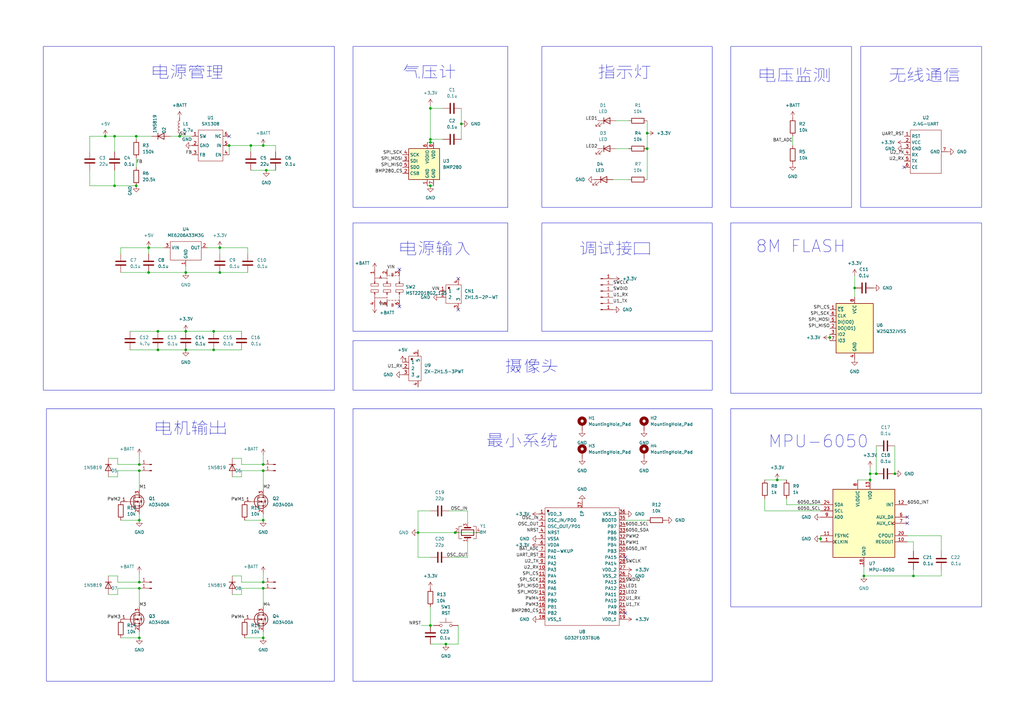
<source format=kicad_sch>
(kicad_sch (version 20230121) (generator eeschema)
  (paper "A3")
  (junction (at 64.77 135.89))
  (junction (at 176.53 256.54))
  (junction (at 57.15 190.5))
  (junction (at 336.55 220.98))
  (junction (at 90.17 111.76))
  (junction (at 46.99 76.2))
  (junction (at 64.77 143.51))
  (junction (at 57.15 193.04))
  (junction (at 176.53 58.42))
  (junction (at 374.65 236.22))
  (junction (at 186.69 218.44))
  (junction (at 102.87 59.69))
  (junction (at 182.88 264.16))
  (junction (at 107.95 59.69))
  (junction (at 318.77 196.85))
  (junction (at 73.66 55.88))
  (junction (at 55.88 76.2))
  (junction (at 60.96 111.76))
  (junction (at 107.95 238.76))
  (junction (at 176.53 57.15))
  (junction (at 57.15 213.36))
  (junction (at 107.95 261.62))
  (junction (at 265.43 60.96))
  (junction (at 359.41 194.31))
  (junction (at 107.95 241.3))
  (junction (at 354.33 236.22))
  (junction (at 43.18 55.88))
  (junction (at 189.23 50.8))
  (junction (at 109.22 69.85))
  (junction (at 265.43 54.61))
  (junction (at 46.99 55.88))
  (junction (at 90.17 101.6))
  (junction (at 57.15 261.62))
  (junction (at 87.63 143.51))
  (junction (at 60.96 101.6))
  (junction (at 107.95 193.04))
  (junction (at 76.2 135.89))
  (junction (at 76.2 143.51))
  (junction (at 87.63 135.89))
  (junction (at 55.88 55.88))
  (junction (at 340.36 138.43))
  (junction (at 176.53 76.2))
  (junction (at 57.15 241.3))
  (junction (at 356.87 194.31))
  (junction (at 350.52 118.11))
  (junction (at 367.03 194.31))
  (junction (at 171.45 218.44))
  (junction (at 107.95 213.36))
  (junction (at 93.98 59.69))
  (junction (at 176.53 44.45))
  (junction (at 57.15 238.76))
  (junction (at 356.87 196.85))
  (junction (at 76.2 111.76))
  (junction (at 107.95 190.5))
  (no_connect (at 163.83 125.73))
  (no_connect (at 187.96 127))
  (no_connect (at 93.98 55.88))
  (no_connect (at 256.54 228.6))
  (no_connect (at 163.83 110.49))
  (no_connect (at 256.54 251.46))
  (no_connect (at 372.11 212.09))
  (no_connect (at 187.96 114.3))
  (no_connect (at 370.84 68.58))
  (no_connect (at 372.11 214.63))
  (wire (pts (xy 53.34 135.89) (xy 64.77 135.89)))
  (wire (pts (xy 95.25 187.96) (xy 99.06 187.96)))
  (wire (pts (xy 359.41 194.31) (xy 356.87 194.31)))
  (wire (pts (xy 95.25 236.22) (xy 99.06 236.22)))
  (wire (pts (xy 350.52 118.11) (xy 350.52 121.92)))
  (wire (pts (xy 95.25 243.84) (xy 99.06 243.84)))
  (wire (pts (xy 48.26 187.96) (xy 48.26 190.5)))
  (wire (pts (xy 48.26 238.76) (xy 57.15 238.76)))
  (wire (pts (xy 87.63 135.89) (xy 99.06 135.89)))
  (wire (pts (xy 90.17 111.76) (xy 76.2 111.76)))
  (wire (pts (xy 46.99 55.88) (xy 55.88 55.88)))
  (wire (pts (xy 313.69 204.47) (xy 313.69 209.55)))
  (wire (pts (xy 113.03 59.69) (xy 113.03 62.23)))
  (wire (pts (xy 46.99 55.88) (xy 46.99 62.23)))
  (wire (pts (xy 49.53 213.36) (xy 57.15 213.36)))
  (wire (pts (xy 336.55 220.98) (xy 336.55 222.25)))
  (wire (pts (xy 354.33 236.22) (xy 374.65 236.22)))
  (wire (pts (xy 325.12 55.88) (xy 325.12 59.69)))
  (wire (pts (xy 175.26 76.2) (xy 176.53 76.2)))
  (wire (pts (xy 99.06 238.76) (xy 107.95 238.76)))
  (wire (pts (xy 172.72 256.54) (xy 176.53 256.54)))
  (wire (pts (xy 102.87 59.69) (xy 102.87 62.23)))
  (wire (pts (xy 176.53 248.92) (xy 176.53 256.54)))
  (wire (pts (xy 252.73 60.96) (xy 257.81 60.96)))
  (wire (pts (xy 340.36 137.16) (xy 340.36 138.43)))
  (wire (pts (xy 99.06 195.58) (xy 99.06 193.04)))
  (wire (pts (xy 386.08 236.22) (xy 386.08 233.68)))
  (wire (pts (xy 372.11 219.71) (xy 386.08 219.71)))
  (wire (pts (xy 251.46 73.66) (xy 257.81 73.66)))
  (wire (pts (xy 176.53 43.18) (xy 176.53 44.45)))
  (wire (pts (xy 48.26 241.3) (xy 57.15 241.3)))
  (wire (pts (xy 44.45 236.22) (xy 48.26 236.22)))
  (wire (pts (xy 171.45 228.6) (xy 171.45 218.44)))
  (wire (pts (xy 107.95 261.62) (xy 107.95 259.08)))
  (wire (pts (xy 107.95 193.04) (xy 107.95 200.66)))
  (wire (pts (xy 256.54 213.36) (xy 265.43 213.36)))
  (wire (pts (xy 171.45 218.44) (xy 186.69 218.44)))
  (wire (pts (xy 359.41 182.88) (xy 359.41 194.31)))
  (wire (pts (xy 176.53 256.54) (xy 177.8 256.54)))
  (wire (pts (xy 107.95 59.69) (xy 113.03 59.69)))
  (wire (pts (xy 43.18 55.88) (xy 46.99 55.88)))
  (wire (pts (xy 322.58 207.01) (xy 336.55 207.01)))
  (wire (pts (xy 55.88 55.88) (xy 62.23 55.88)))
  (wire (pts (xy 36.83 69.85) (xy 36.83 76.2)))
  (wire (pts (xy 46.99 69.85) (xy 46.99 76.2)))
  (wire (pts (xy 90.17 101.6) (xy 90.17 104.14)))
  (wire (pts (xy 99.06 236.22) (xy 99.06 238.76)))
  (wire (pts (xy 107.95 241.3) (xy 107.95 248.92)))
  (wire (pts (xy 191.77 209.55) (xy 191.77 214.63)))
  (wire (pts (xy 73.66 55.88) (xy 78.74 55.88)))
  (wire (pts (xy 265.43 60.96) (xy 265.43 73.66)))
  (wire (pts (xy 57.15 186.69) (xy 57.15 190.5)))
  (wire (pts (xy 189.23 44.45) (xy 189.23 50.8)))
  (wire (pts (xy 57.15 259.08) (xy 57.15 261.62)))
  (wire (pts (xy 176.53 76.2) (xy 177.8 76.2)))
  (wire (pts (xy 48.26 195.58) (xy 48.26 193.04)))
  (wire (pts (xy 57.15 241.3) (xy 57.15 248.92)))
  (wire (pts (xy 53.34 143.51) (xy 64.77 143.51)))
  (wire (pts (xy 171.45 218.44) (xy 171.45 209.55)))
  (wire (pts (xy 60.96 101.6) (xy 60.96 104.14)))
  (wire (pts (xy 36.83 55.88) (xy 43.18 55.88)))
  (wire (pts (xy 102.87 69.85) (xy 109.22 69.85)))
  (wire (pts (xy 85.09 101.6) (xy 90.17 101.6)))
  (wire (pts (xy 49.53 261.62) (xy 57.15 261.62)))
  (wire (pts (xy 374.65 222.25) (xy 374.65 226.06)))
  (wire (pts (xy 356.87 194.31) (xy 356.87 196.85)))
  (wire (pts (xy 69.85 55.88) (xy 73.66 55.88)))
  (wire (pts (xy 175.26 58.42) (xy 176.53 58.42)))
  (wire (pts (xy 102.87 59.69) (xy 107.95 59.69)))
  (wire (pts (xy 87.63 143.51) (xy 99.06 143.51)))
  (wire (pts (xy 322.58 204.47) (xy 322.58 207.01)))
  (wire (pts (xy 101.6 111.76) (xy 90.17 111.76)))
  (wire (pts (xy 49.53 104.14) (xy 49.53 101.6)))
  (wire (pts (xy 90.17 101.6) (xy 101.6 101.6)))
  (wire (pts (xy 374.65 236.22) (xy 374.65 233.68)))
  (wire (pts (xy 44.45 243.84) (xy 48.26 243.84)))
  (wire (pts (xy 44.45 187.96) (xy 48.26 187.96)))
  (wire (pts (xy 189.23 50.8) (xy 189.23 57.15)))
  (wire (pts (xy 186.69 218.44) (xy 196.85 218.44)))
  (wire (pts (xy 350.52 113.03) (xy 350.52 118.11)))
  (wire (pts (xy 181.61 44.45) (xy 176.53 44.45)))
  (wire (pts (xy 99.06 190.5) (xy 107.95 190.5)))
  (wire (pts (xy 93.98 59.69) (xy 102.87 59.69)))
  (wire (pts (xy 57.15 213.36) (xy 57.15 210.82)))
  (wire (pts (xy 48.26 193.04) (xy 57.15 193.04)))
  (wire (pts (xy 191.77 209.55) (xy 184.15 209.55)))
  (wire (pts (xy 49.53 111.76) (xy 60.96 111.76)))
  (wire (pts (xy 318.77 196.85) (xy 322.58 196.85)))
  (wire (pts (xy 340.36 138.43) (xy 340.36 139.7)))
  (wire (pts (xy 351.79 196.85) (xy 356.87 196.85)))
  (wire (pts (xy 171.45 209.55) (xy 176.53 209.55)))
  (wire (pts (xy 187.96 264.16) (xy 187.96 256.54)))
  (wire (pts (xy 100.33 261.62) (xy 107.95 261.62)))
  (wire (pts (xy 336.55 219.71) (xy 336.55 220.98)))
  (wire (pts (xy 176.53 44.45) (xy 176.53 57.15)))
  (wire (pts (xy 313.69 209.55) (xy 336.55 209.55)))
  (wire (pts (xy 48.26 236.22) (xy 48.26 238.76)))
  (wire (pts (xy 99.06 187.96) (xy 99.06 190.5)))
  (wire (pts (xy 176.53 58.42) (xy 177.8 58.42)))
  (wire (pts (xy 57.15 193.04) (xy 57.15 200.66)))
  (wire (pts (xy 44.45 195.58) (xy 48.26 195.58)))
  (wire (pts (xy 49.53 101.6) (xy 60.96 101.6)))
  (wire (pts (xy 60.96 111.76) (xy 76.2 111.76)))
  (wire (pts (xy 60.96 101.6) (xy 67.31 101.6)))
  (wire (pts (xy 109.22 69.85) (xy 113.03 69.85)))
  (wire (pts (xy 176.53 264.16) (xy 182.88 264.16)))
  (wire (pts (xy 265.43 54.61) (xy 265.43 60.96)))
  (wire (pts (xy 313.69 196.85) (xy 318.77 196.85)))
  (wire (pts (xy 36.83 76.2) (xy 46.99 76.2)))
  (wire (pts (xy 48.26 190.5) (xy 57.15 190.5)))
  (wire (pts (xy 57.15 234.95) (xy 57.15 238.76)))
  (wire (pts (xy 99.06 243.84) (xy 99.06 241.3)))
  (wire (pts (xy 55.88 64.77) (xy 55.88 68.58)))
  (wire (pts (xy 93.98 59.69) (xy 93.98 63.5)))
  (wire (pts (xy 76.2 135.89) (xy 87.63 135.89)))
  (wire (pts (xy 36.83 62.23) (xy 36.83 55.88)))
  (wire (pts (xy 176.53 57.15) (xy 181.61 57.15)))
  (wire (pts (xy 107.95 234.95) (xy 107.95 238.76)))
  (wire (pts (xy 191.77 222.25) (xy 191.77 228.6)))
  (wire (pts (xy 252.73 49.53) (xy 257.81 49.53)))
  (wire (pts (xy 76.2 143.51) (xy 87.63 143.51)))
  (wire (pts (xy 55.88 55.88) (xy 55.88 57.15)))
  (wire (pts (xy 372.11 222.25) (xy 374.65 222.25)))
  (wire (pts (xy 176.53 57.15) (xy 176.53 58.42)))
  (wire (pts (xy 182.88 264.16) (xy 187.96 264.16)))
  (wire (pts (xy 354.33 236.22) (xy 354.33 232.41)))
  (wire (pts (xy 356.87 191.77) (xy 356.87 194.31)))
  (wire (pts (xy 76.2 111.76) (xy 76.2 109.22)))
  (wire (pts (xy 64.77 143.51) (xy 76.2 143.51)))
  (wire (pts (xy 99.06 241.3) (xy 107.95 241.3)))
  (wire (pts (xy 176.53 228.6) (xy 171.45 228.6)))
  (wire (pts (xy 386.08 219.71) (xy 386.08 226.06)))
  (wire (pts (xy 265.43 49.53) (xy 265.43 54.61)))
  (wire (pts (xy 367.03 182.88) (xy 367.03 194.31)))
  (wire (pts (xy 101.6 101.6) (xy 101.6 104.14)))
  (wire (pts (xy 46.99 76.2) (xy 55.88 76.2)))
  (wire (pts (xy 100.33 213.36) (xy 107.95 213.36)))
  (wire (pts (xy 64.77 135.89) (xy 76.2 135.89)))
  (wire (pts (xy 99.06 193.04) (xy 107.95 193.04)))
  (wire (pts (xy 95.25 195.58) (xy 99.06 195.58)))
  (wire (pts (xy 107.95 213.36) (xy 107.95 210.82)))
  (wire (pts (xy 374.65 236.22) (xy 386.08 236.22)))
  (wire (pts (xy 48.26 243.84) (xy 48.26 241.3)))
  (wire (pts (xy 107.95 186.69) (xy 107.95 190.5)))
  (wire (pts (xy 191.77 228.6) (xy 184.15 228.6)))
  (rectangle (start 299.72 91.44) (end 402.59 161.29))
  (rectangle (start 17.78 19.05) (end 137.16 160.02))
  (rectangle (start 353.06 19.05) (end 402.59 85.09))
  (rectangle (start 144.78 139.7) (end 292.1 160.02))
  (rectangle (start 299.72 167.64) (end 402.59 248.92))
  (rectangle (start 222.25 91.44) (end 292.1 135.89))
  (rectangle (start 144.78 91.44) (end 208.28 135.89))
  (rectangle (start 144.78 19.05) (end 208.28 85.09))
  (rectangle (start 19.05 167.64) (end 137.16 279.4))
  (rectangle (start 144.78 167.64) (end 292.1 279.4))
  (rectangle (start 222.25 19.05) (end 292.1 85.09))
  (rectangle (start 299.72 19.05) (end 349.25 85.09))
  (text "气压计" (at 165.1 33.02 0) (effects (font (size 5 5)) (justify left bottom)))
  (text "电机输出" (at 63.5 179.07 0) (effects (font (size 5 5)) (justify left bottom)))
  (text "无线通信" (at 364.49 34.29 0) (effects (font (size 5 5)) (justify left bottom)))
  (text "指示灯" (at 245.11 33.02 0) (effects (font (size 5 5)) (justify left bottom)))
  (text "摄像头" (at 207.01 153.67 0) (effects (font (size 5 5)) (justify left bottom)))
  (text "MPU-6050" (at 314.96 184.15 0) (effects (font (size 5 5)) (justify left bottom)))
  (text "调试接口" (at 237.49 105.41 0) (effects (font (size 5 5)) (justify left bottom)))
  (text "电源输入" (at 163.83 105.41 0) (effects (font (size 5 5)) (justify left bottom)))
  (text "电压监测" (at 311.15 34.29 0) (effects (font (size 5 5)) (justify left bottom)))
  (text "电源管理" (at 62.23 33.02 0) (effects (font (size 5 5)) (justify left bottom)))
  (text "8M FLASH" (at 309.88 104.14 0) (effects (font (size 5 5)) (justify left bottom)))
  (text "最小系统" (at 199.39 184.15 0) (effects (font (size 5 5)) (justify left bottom)))
  (label "UART_RST" (at 370.84 55.88 180))
  (label "SPI_SCK" (at 165.1 63.5 180))
  (label "U1_TX" (at 256.54 248.92 0))
  (label "OSC_IN" (at 191.77 209.55 180))
  (label "M4" (at 107.95 248.92 0))
  (label "PWM3" (at 49.53 254 180))
  (label "BMP280_CS" (at 165.1 71.12 180))
  (label "PWM3" (at 220.98 248.92 180))
  (label "LED1" (at 245.11 49.53 180))
  (label "6050_SCL" (at 336.55 209.55 180))
  (label "U2_TX" (at 220.98 231.14 180))
  (label "FB" (at 78.74 63.5 180))
  (label "U1_RX" (at 251.46 121.92 0))
  (label "PWM1" (at 256.54 223.52 0))
  (label "VIN" (at 158.75 125.73 180))
  (label "6050_SDA" (at 256.54 218.44 0))
  (label "LED1" (at 256.54 241.3 0))
  (label "SPI_MOSI" (at 165.1 66.04 180))
  (label "SWCLK" (at 256.54 231.14 0))
  (label "LED2" (at 245.11 60.96 180))
  (label "U1_TX" (at 251.46 124.46 0))
  (label "SPI_MOSI" (at 220.98 243.84 180))
  (label "LED2" (at 256.54 243.84 0))
  (label "SWDIO" (at 256.54 238.76 0))
  (label "6050_INT" (at 372.11 207.01 0))
  (label "OSC_OUT" (at 191.77 228.6 180))
  (label "M1" (at 57.15 200.66 0))
  (label "FB" (at 55.88 67.31 0))
  (label "6050_SDA" (at 336.55 207.01 180))
  (label "BAT_ADC" (at 220.98 226.06 180))
  (label "U2_RX" (at 370.84 66.04 180))
  (label "U2_TX" (at 370.84 63.5 180))
  (label "UART_RST" (at 220.98 228.6 180))
  (label "M3" (at 57.15 248.92 0))
  (label "U1_RX" (at 165.1 151.13 180))
  (label "NRST" (at 172.72 256.54 180))
  (label "6050_INT" (at 256.54 226.06 0))
  (label "VIN" (at 158.75 110.49 0))
  (label "M2" (at 107.95 200.66 0))
  (label "6050_SCL" (at 256.54 215.9 0))
  (label "U1_RX" (at 256.54 246.38 0))
  (label "U2_RX" (at 220.98 233.68 180))
  (label "BAT_ADC" (at 325.12 58.42 180))
  (label "SPI_MISO" (at 220.98 241.3 180))
  (label "OSC_OUT" (at 220.98 215.9 180))
  (label "BMP280_CS" (at 220.98 251.46 180))
  (label "PWM4" (at 100.33 254 180))
  (label "PWM2" (at 49.53 205.74 180))
  (label "SPI_SCK" (at 220.98 238.76 180))
  (label "SPI_MOSI" (at 340.36 132.08 180))
  (label "SPI_SCK" (at 340.36 129.54 180))
  (label "PWM2" (at 256.54 220.98 0))
  (label "SPI_MISO" (at 340.36 134.62 180))
  (label "SWDIO" (at 251.46 119.38 0))
  (label "SWCLK" (at 251.46 116.84 0))
  (label "SPI_CS" (at 220.98 236.22 180))
  (label "PWM1" (at 100.33 205.74 180))
  (label "SPI_MISO" (at 165.1 68.58 180))
  (label "SPI_CS" (at 340.36 127 180))
  (label "OSC_IN" (at 220.98 213.36 180))
  (label "VIN" (at 180.34 119.38 180))
  (label "NRST" (at 220.98 218.44 180))
  (label "SW" (at 73.66 55.88 0))
  (label "PWM4" (at 220.98 246.38 180))
  (symbol (lib_id "power:GND") (at 336.55 220.98 270) (unit 1)
    (property "Reference" "#PWR050" (effects hide))
    (property "Value" "GND" (at 332.74 220.98 90) (effects (justify right)))
  )
  (symbol (lib_id "Device:C") (at 363.22 194.31 90) (unit 1)
    (property "Reference" "C18" (at 363.22 186.69 90))
    (property "Value" "0.1u" (at 363.22 189.23 90))
    (property "Footprint" "Capacitor_SMD:C_0603_1608Metric" (effects hide))
  )
  (symbol (lib_id "power:GND") (at 354.33 236.22 0) (unit 1)
    (property "Reference" "#PWR056" (effects hide))
    (property "Value" "GND" (at 354.33 241.3 0))
  )
  (symbol (lib_id "power:GND") (at 243.84 73.66 270) (unit 1)
    (property "Reference" "#PWR014" (effects hide))
    (property "Value" "GND" (at 240.03 73.66 90) (effects (justify right)))
  )
  (symbol (lib_id "Connector:Conn_01x01_Pin") (at 246.38 114.3 0) (unit 1)
    (property "Reference" "J1" (effects hide))
    (property "Value" "Conn_01x01_Pin" (effects hide))
    (property "Footprint" "TestPoint:TestPoint_Pad_D1.0mm" (effects hide))
  )
  (symbol (lib_id "Device:C") (at 354.33 118.11 90) (unit 1)
    (property "Reference" "C11" (at 354.33 110.49 90))
    (property "Value" "0.1u" (at 354.33 113.03 90))
    (property "Footprint" "Capacitor_SMD:C_0603_1608Metric" (effects hide))
  )
  (symbol (lib_id "power:+3.3V") (at 340.36 138.43 90) (unit 1)
    (property "Reference" "#PWR027" (effects hide))
    (property "Value" "+3.3V" (at 336.55 138.43 90) (effects (justify left)))
  )
  (symbol (lib_id "Transistor_FET:AO3400A") (at 105.41 254 0) (unit 1)
    (property "Reference" "Q4" (at 111.76 252.73 0) (effects (justify left)))
    (property "Value" "AO3400A" (at 111.76 255.27 0) (effects (justify left)))
    (property "Footprint" "Package_TO_SOT_SMD:SOT-23" (effects hide))
    (property "Datasheet" "http://www.aosmd.com/pdfs/datasheet/AO3400A.pdf" (effects hide))
  )
  (symbol (lib_id "Connector:Conn_01x01_Pin") (at 62.23 193.04 180) (unit 1)
    (property "Reference" "J11" (effects hide))
    (property "Value" "Conn_01x01_Pin" (effects hide))
    (property "Footprint" "Connector_Wire:SolderWirePad_1x01_SMD_1x2mm" (effects hide))
  )
  (symbol (lib_id "power:GND") (at 388.62 62.23 90) (unit 1)
    (property "Reference" "#PWR011" (effects hide))
    (property "Value" "GND" (at 392.43 62.23 90) (effects (justify right)))
  )
  (symbol (lib_id "power:+3.3V") (at 176.53 43.18 0) (unit 1)
    (property "Reference" "#PWR01" (effects hide))
    (property "Value" "+3.3V" (at 176.53 38.1 0))
  )
  (symbol (lib_id "Device:R") (at 325.12 63.5 0) (unit 1)
    (property "Reference" "R5" (at 327.66 62.23 0) (effects (justify left)))
    (property "Value" "10k" (at 327.66 64.77 0) (effects (justify left)))
    (property "Footprint" "Resistor_SMD:R_0603_1608Metric" (effects hide))
  )
  (symbol (lib_id "Memory_Flash:W25Q32JVSS") (at 350.52 134.62 0) (unit 1)
    (property "Reference" "U6" (at 359.41 133.35 0) (effects (justify left)))
    (property "Value" "W25Q32JVSS" (at 359.41 135.89 0) (effects (justify left)))
    (property "Footprint" "Package_SO:SOIC-8_5.23x5.23mm_P1.27mm" (effects hide))
    (property "Datasheet" "http://www.winbond.com/resource-files/w25q32jv%20revg%2003272018%20plus.pdf" (effects hide))
  )
  (symbol (lib_id "Device:C") (at 101.6 107.95 0) (unit 1)
    (property "Reference" "C10" (at 105.41 106.68 0) (effects (justify left)))
    (property "Value" "0.1u" (at 105.41 109.22 0) (effects (justify left)))
    (property "Footprint" "Capacitor_SMD:C_0603_1608Metric" (effects hide))
  )
  (symbol (lib_id "Device:D") (at 95.25 240.03 270) (unit 1)
    (property "Reference" "D8" (at 99.06 241.3 90) (effects (justify right)))
    (property "Value" "1N5819" (at 92.71 240.03 90) (effects (justify right)))
    (property "Footprint" "Diode_SMD:D_SOD-123" (effects hide))
    (property "Sim.Device" "D" (effects hide))
    (property "Sim.Pins" "1=K 2=A" (effects hide))
  )
  (symbol (lib_id "Converter_DCDC:SX1308") (at 86.36 59.69 0) (unit 1)
    (property "Reference" "U1" (at 86.36 48.26 0))
    (property "Value" "SX1308" (at 86.36 50.8 0))
    (property "Footprint" "Package_TO_SOT_SMD:SOT-23-6" (effects hide))
  )
  (symbol (lib_id "power:GND") (at 273.05 213.36 90) (unit 1)
    (property "Reference" "#PWR047" (effects hide))
    (property "Value" "GND" (at 276.86 213.36 90) (effects (justify right)))
  )
  (symbol (lib_id "power:GND") (at 176.53 76.2 0) (unit 1)
    (property "Reference" "#PWR016" (effects hide))
    (property "Value" "GND" (at 176.53 81.1258 0))
  )
  (symbol (lib_id "power:GND") (at 165.1 153.67 270) (unit 1)
    (property "Reference" "#PWR031" (effects hide))
    (property "Value" "GND" (at 161.29 153.67 90) (effects (justify right)))
  )
  (symbol (lib_id "Connector:Conn_01x01_Pin") (at 62.23 190.5 180) (unit 1)
    (property "Reference" "J4" (effects hide))
    (property "Value" "Conn_01x01_Pin" (effects hide))
    (property "Footprint" "Connector_Wire:SolderWirePad_1x01_SMD_1x2mm" (effects hide))
  )
  (symbol (lib_id "Device:R") (at 55.88 72.39 0) (unit 1)
    (property "Reference" "R6" (at 58.42 71.12 0) (effects (justify left)))
    (property "Value" "20.5k" (at 58.42 73.66 0) (effects (justify left)))
    (property "Footprint" "Resistor_SMD:R_0603_1608Metric" (effects hide))
  )
  (symbol (lib_id "Device:C") (at 87.63 139.7 0) (unit 1)
    (property "Reference" "C15" (at 91.44 138.43 0) (effects (justify left)))
    (property "Value" "0.1u" (at 91.44 140.97 0) (effects (justify left)))
    (property "Footprint" "Capacitor_SMD:C_0603_1608Metric" (effects hide))
  )
  (symbol (lib_id "Device:C") (at 60.96 107.95 0) (unit 1)
    (property "Reference" "C8" (at 64.77 106.68 0) (effects (justify left)))
    (property "Value" "0.1u" (at 64.77 109.22 0) (effects (justify left)))
    (property "Footprint" "Capacitor_SMD:C_0603_1608Metric" (effects hide))
  )
  (symbol (lib_id "power:+3.3V") (at 176.53 241.3 0) (unit 1)
    (property "Reference" "#PWR057" (effects hide))
    (property "Value" "+3.3V" (at 176.53 236.22 0))
  )
  (symbol (lib_id "power:GND") (at 180.34 121.92 270) (unit 1)
    (property "Reference" "#PWR024" (effects hide))
    (property "Value" "GND" (at 176.53 121.92 90) (effects (justify right)))
  )
  (symbol (lib_id "Device:C") (at 180.34 228.6 90) (unit 1)
    (property "Reference" "C20" (at 180.34 220.98 90))
    (property "Value" "22p" (at 180.34 223.52 90))
    (property "Footprint" "Capacitor_SMD:C_0603_1608Metric" (effects hide))
  )
  (symbol (lib_id "power:+3.3V") (at 256.54 233.68 270) (unit 1)
    (property "Reference" "#PWR052" (effects hide))
    (property "Value" "+3.3V" (at 260.35 233.68 90) (effects (justify left)))
  )
  (symbol (lib_id "Connector:Conn_01x01_Pin") (at 62.23 238.76 180) (unit 1)
    (property "Reference" "J5" (effects hide))
    (property "Value" "Conn_01x01_Pin" (effects hide))
    (property "Footprint" "Connector_Wire:SolderWirePad_1x01_SMD_1x2mm" (effects hide))
  )
  (symbol (lib_id "power:GND") (at 367.03 194.31 90) (unit 1)
    (property "Reference" "#PWR039" (effects hide))
    (property "Value" "GND" (at 370.84 194.31 90) (effects (justify right)))
  )
  (symbol (lib_id "power:+3.3V") (at 318.77 196.85 0) (unit 1)
    (property "Reference" "#PWR040" (effects hide))
    (property "Value" "+3.3V" (at 318.77 191.77 0))
  )
  (symbol (lib_id "power:+BATT") (at 325.12 48.26 0) (unit 1)
    (property "Reference" "#PWR03" (effects hide))
    (property "Value" "+BATT" (at 325.12 43.18 0))
  )
  (symbol (lib_id "power:GND") (at 251.46 127 90) (unit 1)
    (property "Reference" "#PWR025" (effects hide))
    (property "Value" "GND" (at 255.27 127 90) (effects (justify right)))
  )
  (symbol (lib_id "Device:R") (at 313.69 200.66 0) (unit 1)
    (property "Reference" "R8" (at 316.23 199.39 0) (effects (justify left)))
    (property "Value" "1k" (at 316.23 201.93 0) (effects (justify left)))
    (property "Footprint" "Resistor_SMD:R_0603_1608Metric" (effects hide))
  )
  (symbol (lib_id "Connector:Conn_01x01_Pin") (at 113.03 193.04 180) (unit 1)
    (property "Reference" "J13" (effects hide))
    (property "Value" "Conn_01x01_Pin" (effects hide))
    (property "Footprint" "Connector_Wire:SolderWirePad_1x01_SMD_1x2mm" (effects hide))
  )
  (symbol (lib_id "power:GND") (at 220.98 254 270) (unit 1)
    (property "Reference" "#PWR058" (effects hide))
    (property "Value" "GND" (at 217.17 254 90) (effects (justify right)))
  )
  (symbol (lib_id "Device:R") (at 322.58 200.66 0) (unit 1)
    (property "Reference" "R9" (at 325.12 199.39 0) (effects (justify left)))
    (property "Value" "1k" (at 325.12 201.93 0) (effects (justify left)))
    (property "Footprint" "Resistor_SMD:R_0603_1608Metric" (effects hide))
  )
  (symbol (lib_id "power:+BATT") (at 107.95 234.95 0) (unit 1)
    (property "Reference" "#PWR054" (effects hide))
    (property "Value" "+BATT" (at 102.87 232.41 0))
  )
  (symbol (lib_id "Device:LED") (at 248.92 49.53 0) (unit 1)
    (property "Reference" "D1" (at 247.3325 43.18 0))
    (property "Value" "LED" (at 247.3325 45.72 0))
    (property "Footprint" "LED_SMD:LED_0603_1608Metric" (effects hide))
  )
  (symbol (lib_id "Device:R") (at 100.33 257.81 0) (unit 1)
    (property "Reference" "R15" (at 102.87 256.54 0) (effects (justify left)))
    (property "Value" "10k" (at 102.87 259.08 0) (effects (justify left)))
    (property "Footprint" "Resistor_SMD:R_0603_1608Metric" (effects hide))
  )
  (symbol (lib_id "power:GND") (at 189.23 50.8 90) (unit 1)
    (property "Reference" "#PWR04" (effects hide))
    (property "Value" "GND" (at 193.04 50.8 90) (effects (justify right)))
  )
  (symbol (lib_id "power:GND") (at 182.88 264.16 0) (unit 1)
    (property "Reference" "#PWR062" (effects hide))
    (property "Value" "GND" (at 182.88 269.0858 0))
  )
  (symbol (lib_id "power:+3.3V") (at 90.17 101.6 0) (unit 1)
    (property "Reference" "#PWR018" (effects hide))
    (property "Value" "+3.3V" (at 90.17 96.52 0))
  )
  (symbol (lib_id "Connector:Conn_01x01_Pin") (at 62.23 241.3 180) (unit 1)
    (property "Reference" "J14" (effects hide))
    (property "Value" "Conn_01x01_Pin" (effects hide))
    (property "Footprint" "Connector_Wire:SolderWirePad_1x01_SMD_1x2mm" (effects hide))
  )
  (symbol (lib_id "power:+3.3V") (at 76.2 135.89 0) (unit 1)
    (property "Reference" "#PWR026" (effects hide))
    (property "Value" "+3.3V" (at 76.2 130.81 0))
  )
  (symbol (lib_id "Device:C") (at 76.2 139.7 0) (unit 1)
    (property "Reference" "C14" (at 80.01 138.43 0) (effects (justify left)))
    (property "Value" "0.1u" (at 80.01 140.97 0) (effects (justify left)))
    (property "Footprint" "Capacitor_SMD:C_0603_1608Metric" (effects hide))
  )
  (symbol (lib_id "Sensor_Pressure:BMP280") (at 175.26 68.58 0) (unit 1)
    (property "Reference" "U3" (at 181.61 66.04 0) (effects (justify left)))
    (property "Value" "BMP280" (at 181.61 68.58 0) (effects (justify left)))
    (property "Footprint" "Package_LGA:Bosch_LGA-8_2x2.5mm_P0.65mm_ClockwisePinNumbering" (effects hide))
    (property "Datasheet" "https://ae-bst.resource.bosch.com/media/_tech/media/datasheets/BST-BMP280-DS001.pdf" (effects hide))
  )
  (symbol (lib_id "my_switch:MST22D18G2_125") (at 158.75 118.11 0) (unit 1)
    (property "Reference" "SW2" (at 166.37 117.6782 0) (effects (justify left)))
    (property "Value" "MST22D18G2_125" (at 166.37 120.2182 0) (effects (justify left)))
    (property "Footprint" "my_switch:SW-SMD_MST22D18G2" (effects hide))
    (property "SuppliersPartNumber" "C2906280" (effects hide))
    (property "uuid" "std:832bb934cb954520bd2bbff8a0e1366b" (effects hide))
  )
  (symbol (lib_id "Device:C") (at 49.53 107.95 0) (unit 1)
    (property "Reference" "C7" (at 53.34 106.68 0) (effects (justify left)))
    (property "Value" "0.1u" (at 53.34 109.22 0) (effects (justify left)))
    (property "Footprint" "Capacitor_SMD:C_0603_1608Metric" (effects hide))
  )
  (symbol (lib_id "Device:D") (at 95.25 191.77 270) (unit 1)
    (property "Reference" "D6" (at 99.06 193.04 90) (effects (justify right)))
    (property "Value" "1N5819" (at 92.71 191.77 90) (effects (justify right)))
    (property "Footprint" "Diode_SMD:D_SOD-123" (effects hide))
    (property "Sim.Device" "D" (effects hide))
    (property "Sim.Pins" "1=K 2=A" (effects hide))
  )
  (symbol (lib_id "power:GND") (at 264.16 187.96 0) (unit 1)
    (property "Reference" "#PWR037" (effects hide))
    (property "Value" "GND" (at 264.16 193.04 0))
  )
  (symbol (lib_id "Device:D") (at 44.45 240.03 270) (unit 1)
    (property "Reference" "D7" (at 48.26 241.3 90) (effects (justify right)))
    (property "Value" "1N5819" (at 41.91 240.03 90) (effects (justify right)))
    (property "Footprint" "Diode_SMD:D_SOD-123" (effects hide))
    (property "Sim.Device" "D" (effects hide))
    (property "Sim.Pins" "1=K 2=A" (effects hide))
  )
  (symbol (lib_id "power:GND") (at 171.45 218.44 270) (unit 1)
    (property "Reference" "#PWR048" (effects hide))
    (property "Value" "GND" (at 167.64 218.44 90) (effects (justify right)))
  )
  (symbol (lib_id "Device:R") (at 55.88 60.96 0) (unit 1)
    (property "Reference" "R3" (at 58.42 59.69 0) (effects (justify left)))
    (property "Value" "150k" (at 58.42 62.23 0) (effects (justify left)))
    (property "Footprint" "Resistor_SMD:R_0603_1608Metric" (effects hide))
  )
  (symbol (lib_id "Device:C") (at 185.42 44.45 90) (unit 1)
    (property "Reference" "C1" (at 185.42 36.83 90))
    (property "Value" "0.1u" (at 185.42 39.37 90))
    (property "Footprint" "Capacitor_SMD:C_0603_1608Metric" (effects hide))
  )
  (symbol (lib_id "power:GND") (at 336.55 212.09 270) (unit 1)
    (property "Reference" "#PWR044" (effects hide))
    (property "Value" "GND" (at 332.74 212.09 90) (effects (justify right)))
  )
  (symbol (lib_id "Device:C") (at 180.34 209.55 90) (unit 1)
    (property "Reference" "C19" (at 180.34 201.93 90))
    (property "Value" "22p" (at 180.34 204.47 90))
    (property "Footprint" "Capacitor_SMD:C_0603_1608Metric" (effects hide))
  )
  (symbol (lib_id "power:GND") (at 220.98 220.98 270) (unit 1)
    (property "Reference" "#PWR049" (effects hide))
    (property "Value" "GND" (at 217.17 220.98 90) (effects (justify right)))
  )
  (symbol (lib_id "power:GND") (at 107.95 261.62 0) (unit 1)
    (property "Reference" "#PWR061" (effects hide))
    (property "Value" "GND" (at 107.95 266.5458 0))
  )
  (symbol (lib_id "power:GND") (at 76.2 111.76 0) (unit 1)
    (property "Reference" "#PWR019" (effects hide))
    (property "Value" "GND" (at 76.2 116.84 0))
  )
  (symbol (lib_id "Device:R") (at 100.33 209.55 0) (unit 1)
    (property "Reference" "R11" (at 102.87 208.28 0) (effects (justify left)))
    (property "Value" "10k" (at 102.87 210.82 0) (effects (justify left)))
    (property "Footprint" "Resistor_SMD:R_0603_1608Metric" (effects hide))
  )
  (symbol (lib_id "Device:C") (at 36.83 66.04 0) (unit 1)
    (property "Reference" "C3" (at 40.6246 64.77 0) (effects (justify left)))
    (property "Value" "22u" (at 40.6246 67.31 0) (effects (justify left)))
    (property "Footprint" "Capacitor_SMD:C_0603_1608Metric" (effects hide))
  )
  (symbol (lib_id "Device:C") (at 53.34 139.7 0) (unit 1)
    (property "Reference" "C12" (at 57.15 138.43 0) (effects (justify left)))
    (property "Value" "4.7u" (at 57.15 140.97 0) (effects (justify left)))
    (property "Footprint" "Capacitor_SMD:C_0603_1608Metric" (effects hide))
  )
  (symbol (lib_id "power:+3.3V") (at 350.52 113.03 0) (unit 1)
    (property "Reference" "#PWR020" (effects hide))
    (property "Value" "+3.3V" (at 350.52 107.95 0))
  )
  (symbol (lib_id "power:+5V") (at 165.1 148.59 0) (unit 1)
    (property "Reference" "#PWR030" (effects hide))
    (property "Value" "+5V" (at 165.1 143.51 0))
  )
  (symbol (lib_id "Switch:SW_Push") (at 182.88 256.54 0) (unit 1)
    (property "Reference" "SW1" (at 182.88 248.92 0))
    (property "Value" "RST" (at 182.88 251.46 0))
    (property "Footprint" "Button_Switch_SMD:SW-SMD_L4.0-W2.9-LS4.8-1" (effects hide))
  )
  (symbol (lib_id "power:+BATT") (at 57.15 234.95 0) (unit 1)
    (property "Reference" "#PWR053" (effects hide))
    (property "Value" "+BATT" (at 52.07 232.41 0))
  )
  (symbol (lib_id "power:+BATT") (at 73.66 48.26 0) (unit 1)
    (property "Reference" "#PWR02" (effects hide))
    (property "Value" "+BATT" (at 73.66 43.18 0))
  )
  (symbol (lib_id "my_conn:ZH1.5-2P-WT") (at 185.42 121.92 0) (unit 1)
    (property "Reference" "CN1" (at 190.5 119.38 0) (effects (justify left)))
    (property "Value" "ZH1.5-2P-WT" (at 190.5 121.92 0) (effects (justify left)))
    (property "Footprint" "my_conn:CONN-SMD_ZH1.5-2P-WT" (effects hide))
    (property "Datasheet" "http://www.szlcsc.com/product/details_767120.html" (effects hide))
    (property "SuppliersPartNumber" "C722913" (effects hide))
    (property "uuid" "std:e2a5d1ef88224f22b201fc660cc96cc3" (effects hide))
  )
  (symbol (lib_id "power:GND") (at 107.95 213.36 0) (unit 1)
    (property "Reference" "#PWR046" (effects hide))
    (property "Value" "GND" (at 107.95 218.2858 0))
  )
  (symbol (lib_id "Device:C") (at 46.99 66.04 0) (unit 1)
    (property "Reference" "C4" (at 50.8 64.77 0) (effects (justify left)))
    (property "Value" "0.1u" (at 50.8 67.31 0) (effects (justify left)))
    (property "Footprint" "Capacitor_SMD:C_0603_1608Metric" (effects hide))
  )
  (symbol (lib_id "Device:Crystal_GND24") (at 191.77 218.44 90) (unit 1)
    (property "Reference" "Y1" (at 198.12 215.7477 90))
    (property "Value" "8M" (at 198.12 218.2877 90))
    (property "Footprint" "Crystal:Crystal_SMD_3225-4Pin_3.2x2.5mm" (effects hide))
  )
  (symbol (lib_id "power:+BATT") (at 107.95 186.69 0) (unit 1)
    (property "Reference" "#PWR035" (effects hide))
    (property "Value" "+BATT" (at 102.87 184.15 0))
  )
  (symbol (lib_id "Device:R") (at 261.62 49.53 270) (unit 1)
    (property "Reference" "R1" (at 261.62 43.18 90))
    (property "Value" "10k" (at 261.62 45.72 90))
    (property "Footprint" "Resistor_SMD:R_0603_1608Metric" (effects hide))
  )
  (symbol (lib_id "Device:R") (at 49.53 257.81 0) (unit 1)
    (property "Reference" "R14" (at 52.07 256.54 0) (effects (justify left)))
    (property "Value" "10k" (at 52.07 259.08 0) (effects (justify left)))
    (property "Footprint" "Resistor_SMD:R_0603_1608Metric" (effects hide))
  )
  (symbol (lib_id "power:+5V") (at 60.96 101.6 0) (unit 1)
    (property "Reference" "#PWR017" (effects hide))
    (property "Value" "+5V" (at 60.96 96.52 0))
  )
  (symbol (lib_id "Device:R") (at 261.62 60.96 270) (unit 1)
    (property "Reference" "R4" (at 261.62 54.61 90))
    (property "Value" "10k" (at 261.62 57.15 90))
    (property "Footprint" "Resistor_SMD:R_0603_1608Metric" (effects hide))
  )
  (symbol (lib_id "Device:C") (at 185.42 57.15 90) (unit 1)
    (property "Reference" "C2" (at 185.42 49.53 90))
    (property "Value" "0.1u" (at 185.42 52.07 90))
    (property "Footprint" "Capacitor_SMD:C_0603_1608Metric" (effects hide))
  )
  (symbol (lib_id "Device:C") (at 64.77 139.7 0) (unit 1)
    (property "Reference" "C13" (at 68.58 138.43 0) (effects (justify left)))
    (property "Value" "0.1u" (at 68.58 140.97 0) (effects (justify left)))
    (property "Footprint" "Capacitor_SMD:C_0603_1608Metric" (effects hide))
  )
  (symbol (lib_id "power:+3.3V") (at 220.98 210.82 90) (unit 1)
    (property "Reference" "#PWR042" (effects hide))
    (property "Value" "+3.3V" (at 217.17 210.82 90) (effects (justify left)))
  )
  (symbol (lib_id "Transistor_FET:AO3400A") (at 54.61 254 0) (unit 1)
    (property "Reference" "Q3" (at 60.96 252.73 0) (effects (justify left)))
    (property "Value" "AO3400A" (at 60.96 255.27 0) (effects (justify left)))
    (property "Footprint" "Package_TO_SOT_SMD:SOT-23" (effects hide))
    (property "Datasheet" "http://www.aosmd.com/pdfs/datasheet/AO3400A.pdf" (effects hide))
  )
  (symbol (lib_id "Device:C") (at 102.87 66.04 0) (unit 1)
    (property "Reference" "C5" (at 106.6646 64.77 0) (effects (justify left)))
    (property "Value" "22u" (at 106.6646 67.31 0) (effects (justify left)))
    (property "Footprint" "Capacitor_SMD:C_0603_1608Metric" (effects hide))
  )
  (symbol (lib_id "power:GND") (at 57.15 213.36 0) (unit 1)
    (property "Reference" "#PWR045" (effects hide))
    (property "Value" "GND" (at 57.15 218.2858 0))
  )
  (symbol (lib_id "my_conn:ZX-ZH1.5-3PWT") (at 170.18 151.13 0) (unit 1)
    (property "Reference" "U9" (at 173.99 149.86 0) (effects (justify left)))
    (property "Value" "ZX-ZH1.5-3PWT" (at 173.99 152.4 0) (effects (justify left)))
    (property "Footprint" "my_conn:CONN-SMD_3P-P1.50_ZX-ZH1.5-3PWT" (effects hide))
    (property "SuppliersPartNumber" "C19272406" (effects hide))
    (property "uuid" "std:d343f39ac87b47a4a45555b1a7f956c7" (effects hide))
  )
  (symbol (lib_id "power:GND") (at 256.54 236.22 90) (unit 1)
    (property "Reference" "#PWR055" (effects hide))
    (property "Value" "GND" (at 260.35 236.22 90) (effects (justify right)))
  )
  (symbol (lib_id "Transistor_FET:AO3400A") (at 54.61 205.74 0) (unit 1)
    (property "Reference" "Q1" (at 60.96 204.47 0) (effects (justify left)))
    (property "Value" "AO3400A" (at 60.96 207.01 0) (effects (justify left)))
    (property "Footprint" "Package_TO_SOT_SMD:SOT-23" (effects hide))
    (property "Datasheet" "http://www.aosmd.com/pdfs/datasheet/AO3400A.pdf" (effects hide))
  )
  (symbol (lib_id "power:GND") (at 78.74 59.69 270) (unit 1)
    (property "Reference" "#PWR08" (effects hide))
    (property "Value" "GND" (at 78.74 57.15 90) (effects (justify right)))
  )
  (symbol (lib_id "RF_Module:2.4G-UART") (at 379.73 62.23 0) (unit 1)
    (property "Reference" "U2" (at 379.73 48.26 0))
    (property "Value" "2.4G-UART" (at 379.73 50.8 0))
    (property "Footprint" "my_module:2.4G-UART" (effects hide))
  )
  (symbol (lib_id "Device:R") (at 176.53 245.11 180) (unit 1)
    (property "Reference" "R13" (at 179.07 243.84 0) (effects (justify right)))
    (property "Value" "10k" (at 179.07 246.38 0) (effects (justify right)))
    (property "Footprint" "Resistor_SMD:R_0603_1608Metric" (effects hide))
  )
  (symbol (lib_id "Device:R") (at 261.62 73.66 270) (unit 1)
    (property "Reference" "R7" (at 261.62 67.31 90))
    (property "Value" "10k" (at 261.62 69.85 90))
    (property "Footprint" "Resistor_SMD:R_0603_1608Metric" (effects hide))
  )
  (symbol (lib_id "Device:R") (at 269.24 213.36 90) (unit 1)
    (property "Reference" "R12" (at 269.24 207.01 90))
    (property "Value" "10k" (at 269.24 209.55 90))
    (property "Footprint" "Resistor_SMD:R_0603_1608Metric" (effects hide))
  )
  (symbol (lib_id "Connector:Conn_01x01_Pin") (at 113.03 241.3 180) (unit 1)
    (property "Reference" "J7" (effects hide))
    (property "Value" "Conn_01x01_Pin" (effects hide))
    (property "Footprint" "Connector_Wire:SolderWirePad_1x01_SMD_1x2mm" (effects hide))
  )
  (symbol (lib_id "power:+3.3V") (at 370.84 58.42 90) (unit 1)
    (property "Reference" "#PWR07" (effects hide))
    (property "Value" "+3.3V" (at 367.03 58.42 90) (effects (justify left)))
  )
  (symbol (lib_id "power:+3.3V") (at 251.46 114.3 270) (unit 1)
    (property "Reference" "#PWR021" (effects hide))
    (property "Value" "+3.3V" (at 255.27 114.3 90) (effects (justify left)))
  )
  (symbol (lib_id "Device:C") (at 113.03 66.04 0) (unit 1)
    (property "Reference" "C6" (at 116.84 64.77 0) (effects (justify left)))
    (property "Value" "0.1u" (at 116.84 67.31 0) (effects (justify left)))
    (property "Footprint" "Capacitor_SMD:C_0603_1608Metric" (effects hide))
  )
  (symbol (lib_id "power:GND") (at 370.84 60.96 270) (unit 1)
    (property "Reference" "#PWR010" (effects hide))
    (property "Value" "GND" (at 367.03 60.96 90) (effects (justify right)))
  )
  (symbol (lib_id "Connector:Conn_01x01_Pin") (at 246.38 116.84 0) (unit 1)
    (property "Reference" "J2" (effects hide))
    (property "Value" "Conn_01x01_Pin" (effects hide))
    (property "Footprint" "TestPoint:TestPoint_Pad_D1.0mm" (effects hide))
  )
  (symbol (lib_id "Device:R") (at 49.53 209.55 0) (unit 1)
    (property "Reference" "R10" (at 52.07 208.28 0) (effects (justify left)))
    (property "Value" "10k" (at 52.07 210.82 0) (effects (justify left)))
    (property "Footprint" "Resistor_SMD:R_0603_1608Metric" (effects hide))
  )
  (symbol (lib_id "Mechanical:MountingHole_Pad") (at 238.76 173.99 0) (unit 1)
    (property "Reference" "H1" (at 241.3 171.45 0) (effects (justify left)))
    (property "Value" "MountingHole_Pad" (at 241.3 173.99 0) (effects (justify left)))
    (property "Footprint" "MountingHole:hole_2x3mm" (effects hide))
  )
  (symbol (lib_id "power:+3.3V") (at 265.43 54.61 270) (unit 1)
    (property "Reference" "#PWR05" (effects hide))
    (property "Value" "+3.3V" (at 269.24 54.61 90) (effects (justify left)))
  )
  (symbol (lib_id "Connector:Conn_01x01_Pin") (at 113.03 190.5 180) (unit 1)
    (property "Reference" "J12" (effects hide))
    (property "Value" "Conn_01x01_Pin" (effects hide))
    (property "Footprint" "Connector_Wire:SolderWirePad_1x01_SMD_1x2mm" (effects hide))
  )
  (symbol (lib_id "Connector:Conn_01x01_Pin") (at 246.38 121.92 0) (unit 1)
    (property "Reference" "J8" (effects hide))
    (property "Value" "Conn_01x01_Pin" (effects hide))
    (property "Footprint" "TestPoint:TestPoint_Pad_D1.0mm" (effects hide))
  )
  (symbol (lib_id "power:GND") (at 238.76 176.53 0) (unit 1)
    (property "Reference" "#PWR032" (effects hide))
    (property "Value" "GND" (at 238.76 181.61 0))
  )
  (symbol (lib_id "Mechanical:MountingHole_Pad") (at 264.16 185.42 0) (unit 1)
    (property "Reference" "H4" (at 266.7 182.88 0) (effects (justify left)))
    (property "Value" "MountingHole_Pad" (at 266.7 185.42 0) (effects (justify left)))
    (property "Footprint" "MountingHole:hole_2x3mm" (effects hide))
  )
  (symbol (lib_id "Connector:Conn_01x01_Pin") (at 113.03 238.76 180) (unit 1)
    (property "Reference" "J6" (effects hide))
    (property "Value" "Conn_01x01_Pin" (effects hide))
    (property "Footprint" "Connector_Wire:SolderWirePad_1x01_SMD_1x2mm" (effects hide))
  )
  (symbol (lib_id "Transistor_FET:AO3400A") (at 105.41 205.74 0) (unit 1)
    (property "Reference" "Q2" (at 111.76 204.47 0) (effects (justify left)))
    (property "Value" "AO3400A" (at 111.76 207.01 0) (effects (justify left)))
    (property "Footprint" "Package_TO_SOT_SMD:SOT-23" (effects hide))
    (property "Datasheet" "http://www.aosmd.com/pdfs/datasheet/AO3400A.pdf" (effects hide))
  )
  (symbol (lib_id "power:GND") (at 76.2 143.51 0) (unit 1)
    (property "Reference" "#PWR028" (effects hide))
    (property "Value" "GND" (at 76.2 148.59 0))
  )
  (symbol (lib_id "Device:C") (at 90.17 107.95 0) (unit 1)
    (property "Reference" "C9" (at 93.98 106.68 0) (effects (justify left)))
    (property "Value" "0.1u" (at 93.98 109.22 0) (effects (justify left)))
    (property "Footprint" "Capacitor_SMD:C_0603_1608Metric" (effects hide))
  )
  (symbol (lib_id "Device:C") (at 363.22 182.88 90) (unit 1)
    (property "Reference" "C17" (at 363.22 175.26 90))
    (property "Value" "0.1u" (at 363.22 177.8 90))
    (property "Footprint" "Capacitor_SMD:C_0603_1608Metric" (effects hide))
  )
  (symbol (lib_id "Device:LED") (at 248.92 60.96 0) (unit 1)
    (property "Reference" "D3" (at 247.3325 54.61 0))
    (property "Value" "LED" (at 247.3325 57.15 0))
    (property "Footprint" "LED_SMD:LED_0603_1608Metric" (effects hide))
  )
  (symbol (lib_id "power:+5V") (at 43.18 55.88 0) (unit 1)
    (property "Reference" "#PWR06" (effects hide))
    (property "Value" "+5V" (at 43.18 50.8 0))
  )
  (symbol (lib_id "Device:L") (at 73.66 52.07 180) (unit 1)
    (property "Reference" "L1" (at 74.93 50.8 0) (effects (justify right)))
    (property "Value" "4.7u" (at 74.93 53.34 0) (effects (justify right)))
    (property "Footprint" "Inductor_SMD:IND-SMD_L4.9-W4.4_MAPM0420F" (effects hide))
  )
  (symbol (lib_id "power:GND") (at 238.76 187.96 0) (unit 1)
    (property "Reference" "#PWR036" (effects hide))
    (property "Value" "GND" (at 238.76 193.04 0))
  )
  (symbol (lib_id "power:GND") (at 109.22 69.85 0) (unit 1)
    (property "Reference" "#PWR013" (effects hide))
    (property "Value" "GND" (at 109.22 74.93 0))
  )
  (symbol (lib_id "power:+BATT") (at 153.67 110.49 0) (unit 1)
    (property "Reference" "#PWR022" (effects hide))
    (property "Value" "+BATT" (at 148.59 107.95 0))
  )
  (symbol (lib_id "power:+BATT") (at 107.95 59.69 0) (unit 1)
    (property "Reference" "#PWR09" (effects hide))
    (property "Value" "+BATT" (at 107.95 54.61 0))
  )
  (symbol (lib_id "power:+3.3V") (at 220.98 223.52 90) (unit 1)
    (property "Reference" "#PWR051" (effects hide))
    (property "Value" "+3.3V" (at 217.17 223.52 90) (effects (justify left)))
  )
  (symbol (lib_id "power:+BATT") (at 57.15 186.69 0) (unit 1)
    (property "Reference" "#PWR034" (effects hide))
    (property "Value" "+BATT" (at 52.07 184.15 0))
  )
  (symbol (lib_id "power:GND") (at 264.16 176.53 0) (unit 1)
    (property "Reference" "#PWR033" (effects hide))
    (property "Value" "GND" (at 264.16 181.61 0))
  )
  (symbol (lib_id "Regulator_Linear:ME6206A33M3G") (at 76.2 102.87 0) (unit 1)
    (property "Reference" "U4" (at 76.2 93.98 0))
    (property "Value" "ME6206A33M3G" (at 76.2 96.52 0))
    (property "Footprint" "Package_TO_SOT_SMD:SOT-23" (effects hide))
  )
  (symbol (lib_id "GigaDevice:GD32F103TBU6") (at 238.76 232.41 0) (unit 1)
    (property "Reference" "U8" (at 238.76 259.08 0))
    (property "Value" "GD32F103TBU6" (at 238.76 261.62 0))
    (property "Footprint" "Package_DFN_QFN:QFN-36-1EP_6x6mm_P0.5mm_EP3.7x3.7mm" (effects hide))
    (property "SuppliersPartNumber" "C94537" (effects hide))
    (property "uuid" "std:1519410f58b6479e9652279138a074df" (effects hide))
  )
  (symbol (lib_id "power:+BATT") (at 153.67 125.73 180) (unit 1)
    (property "Reference" "#PWR063" (effects hide))
    (property "Value" "+BATT" (at 158.75 128.27 0))
  )
  (symbol (lib_id "Device:C") (at 99.06 139.7 0) (unit 1)
    (property "Reference" "C16" (at 102.87 138.43 0) (effects (justify left)))
    (property "Value" "0.1u" (at 102.87 140.97 0) (effects (justify left)))
    (property "Footprint" "Capacitor_SMD:C_0603_1608Metric" (effects hide))
  )
  (symbol (lib_id "power:GND") (at 350.52 147.32 0) (unit 1)
    (property "Reference" "#PWR029" (effects hide))
    (property "Value" "GND" (at 350.52 152.4 0))
  )
  (symbol (lib_id "Device:LED") (at 247.65 73.66 0) (unit 1)
    (property "Reference" "D4" (at 246.0625 67.31 0))
    (property "Value" "LED" (at 246.0625 69.85 0))
    (property "Footprint" "LED_SMD:LED_0603_1608Metric" (effects hide))
  )
  (symbol (lib_id "Connector:Conn_01x01_Pin") (at 246.38 119.38 0) (unit 1)
    (property "Reference" "J3" (effects hide))
    (property "Value" "Conn_01x01_Pin" (effects hide))
    (property "Footprint" "TestPoint:TestPoint_Pad_D1.0mm" (effects hide))
  )
  (symbol (lib_id "power:GND") (at 238.76 205.74 180) (unit 1)
    (property "Reference" "#PWR041" (effects hide))
    (property "Value" "GND" (at 238.76 200.66 0))
  )
  (symbol (lib_id "power:GND") (at 325.12 67.31 0) (unit 1)
    (property "Reference" "#PWR012" (effects hide))
    (property "Value" "GND" (at 325.12 72.39 0))
  )
  (symbol (lib_id "Device:C") (at 374.65 229.87 180) (unit 1)
    (property "Reference" "C21" (at 378.46 228.6 0) (effects (justify right)))
    (property "Value" "0.1u" (at 378.46 231.14 0) (effects (justify right)))
    (property "Footprint" "Capacitor_SMD:C_0603_1608Metric" (effects hide))
  )
  (symbol (lib_id "Mechanical:MountingHole_Pad") (at 264.16 173.99 0) (unit 1)
    (property "Reference" "H2" (at 266.7 171.45 0) (effects (justify left)))
    (property "Value" "MountingHole_Pad" (at 266.7 173.99 0) (effects (justify left)))
    (property "Footprint" "MountingHole:hole_2x3mm" (effects hide))
  )
  (symbol (lib_id "power:GND") (at 55.88 76.2 0) (unit 1)
    (property "Reference" "#PWR015" (effects hide))
    (property "Value" "GND" (at 53.34 76.2 90) (effects (justify right)))
  )
  (symbol (lib_id "Sensor_Motion:MPU-6050") (at 354.33 214.63 0) (unit 1)
    (property "Reference" "U7" (at 356.2859 231.14 0) (effects (justify left)))
    (property "Value" "MPU-6050" (at 356.2859 233.68 0) (effects (justify left)))
    (property "Footprint" "Package_DFN_QFN:QFN-24-1EP_4x4mm_P0.5mm_EP2.6x2.6mm" (effects hide))
    (property "Datasheet" "https://invensense.tdk.com/wp-content/uploads/2015/02/MPU-6000-Datasheet1.pdf" (effects hide))
  )
  (symbol (lib_id "power:GND") (at 358.14 118.11 90) (unit 1)
    (property "Reference" "#PWR023" (effects hide))
    (property "Value" "GND" (at 361.95 118.11 90) (effects (justify right)))
  )
  (symbol (lib_id "power:GND") (at 256.54 210.82 90) (unit 1)
    (property "Reference" "#PWR043" (effects hide))
    (property "Value" "GND" (at 260.35 210.82 90) (effects (justify right)))
  )
  (symbol (lib_id "Device:C") (at 176.53 260.35 0) (unit 1)
    (property "Reference" "C23" (at 180.34 259.08 0) (effects (justify left)))
    (property "Value" "0.1u" (at 180.34 261.62 0) (effects (justify left)))
    (property "Footprint" "Capacitor_SMD:C_0603_1608Metric" (effects hide))
  )
  (symbol (lib_id "power:+3.3V") (at 356.87 191.77 0) (unit 1)
    (property "Reference" "#PWR038" (effects hide))
    (property "Value" "+3.3V" (at 356.87 186.69 0))
  )
  (symbol (lib_id "Device:D") (at 66.04 55.88 0) (unit 1)
    (property "Reference" "D2" (at 67.31 52.07 90) (effects (justify right)))
    (property "Value" "1N5819" (at 63.5 46.99 90) (effects (justify right)))
    (property "Footprint" "Diode_SMD:D_SOD-123" (effects hide))
    (property "Sim.Device" "D" (effects hide))
    (property "Sim.Pins" "1=K 2=A" (effects hide))
  )
  (symbol (lib_id "Connector:Conn_01x01_Pin") (at 246.38 124.46 0) (unit 1)
    (property "Reference" "J9" (effects hide))
    (property "Value" "Conn_01x01_Pin" (effects hide))
    (property "Footprint" "TestPoint:TestPoint_Pad_D1.0mm" (effects hide))
  )
  (symbol (lib_id "power:+3.3V") (at 256.54 254 270) (unit 1)
    (property "Reference" "#PWR059" (effects hide))
    (property "Value" "+3.3V" (at 260.35 254 90) (effects (justify left)))
  )
  (symbol (lib_id "Mechanical:MountingHole_Pad") (at 238.76 185.42 0) (unit 1)
    (property "Reference" "H3" (at 241.3 182.88 0) (effects (justify left)))
    (property "Value" "MountingHole_Pad" (at 241.3 185.42 0) (effects (justify left)))
    (property "Footprint" "MountingHole:hole_2x3mm" (effects hide))
  )
  (symbol (lib_id "Device:C") (at 386.08 229.87 180) (unit 1)
    (property "Reference" "C22" (at 389.89 228.6 0) (effects (justify right)))
    (property "Value" "0.1u" (at 389.89 231.14 0) (effects (justify right)))
    (property "Footprint" "Capacitor_SMD:C_0603_1608Metric" (effects hide))
  )
  (symbol (lib_id "Device:R") (at 325.12 52.07 0) (unit 1)
    (property "Reference" "R2" (at 327.66 50.8 0) (effects (justify left)))
    (property "Value" "10k" (at 327.66 53.34 0) (effects (justify left)))
    (property "Footprint" "Resistor_SMD:R_0603_1608Metric" (effects hide))
  )
  (symbol (lib_id "Device:D") (at 44.45 191.77 270) (unit 1)
    (property "Reference" "D5" (at 48.26 193.04 90) (effects (justify right)))
    (property "Value" "1N5819" (at 41.91 191.77 90) (effects (justify right)))
    (property "Footprint" "Diode_SMD:D_SOD-123" (effects hide))
    (property "Sim.Device" "D" (effects hide))
    (property "Sim.Pins" "1=K 2=A" (effects hide))
  )
  (symbol (lib_id "Connector:Conn_01x01_Pin") (at 246.38 127 0) (unit 1)
    (property "Reference" "J10" (effects hide))
    (property "Value" "Conn_01x01_Pin" (effects hide))
    (property "Footprint" "TestPoint:TestPoint_Pad_D1.0mm" (effects hide))
  )
  (symbol (lib_id "power:GND") (at 57.15 261.62 0) (unit 1)
    (property "Reference" "#PWR060" (effects hide))
    (property "Value" "GND" (at 57.15 266.5458 0))
  )
)
</source>
